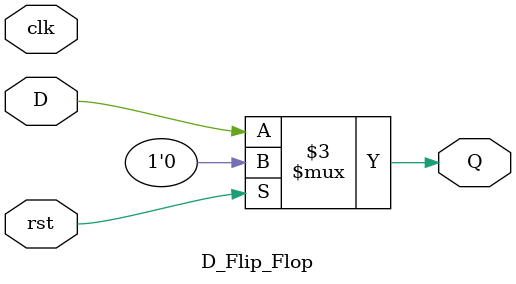
<source format=v>
`timescale 1ns / 1ps

module D_Flip_Flop(clk, D, rst, Q);
input clk, D, rst;
output Q;
reg Q;

always@(clk, rst)
	begin
		if(rst)
			Q<=1'b0;
		else
			Q<=D;
		end
endmodule

</source>
